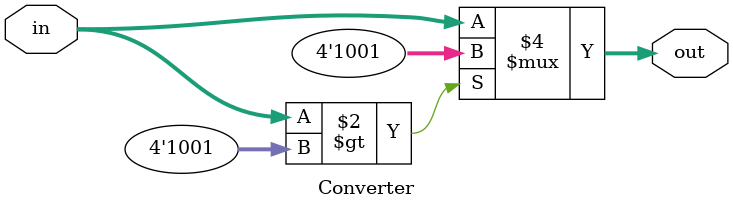
<source format=v>
module Converter(in, out);
	input [3:0] in;
	output reg [3:0] out;
	
	always @(*) begin
		if (in > 4'b1001) begin
			out = 4'b1001;
		end
		else begin
			out = in;
		end
	end
endmodule 
</source>
